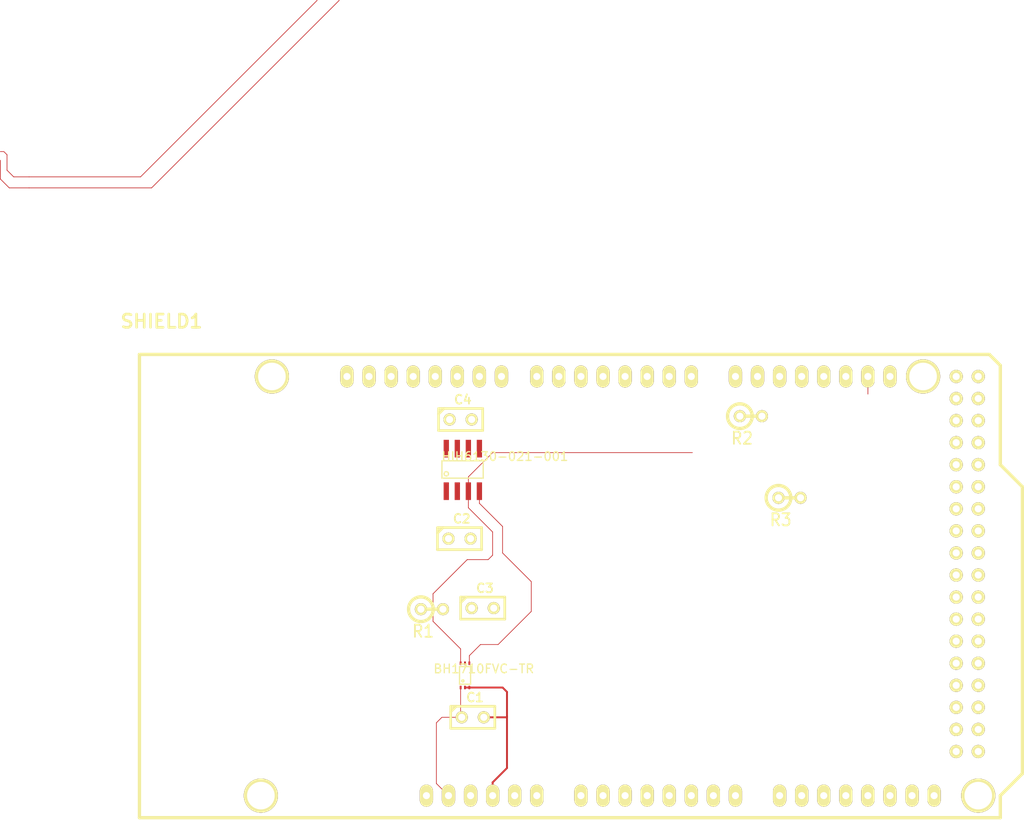
<source format=kicad_pcb>
(kicad_pcb (version 3) (host pcbnew "(2013-07-07 BZR 4022)-stable")

  (general
    (links 23)
    (no_connects 16)
    (area 85.726934 51.6486 198.706501 109.993)
    (thickness 1.6)
    (drawings 0)
    (tracks 49)
    (zones 0)
    (modules 10)
    (nets 7)
  )

  (page A4)
  (title_block 
    (title Shield)
  )

  (layers
    (15 F.Cu signal)
    (0 B.Cu signal)
    (16 B.Adhes user)
    (17 F.Adhes user)
    (18 B.Paste user)
    (19 F.Paste user)
    (20 B.SilkS user)
    (21 F.SilkS user)
    (22 B.Mask user)
    (23 F.Mask user)
    (24 Dwgs.User user)
    (25 Cmts.User user)
    (26 Eco1.User user)
    (27 Eco2.User user)
    (28 Edge.Cuts user)
  )

  (setup
    (last_trace_width 0.08)
    (user_trace_width 0.22)
    (user_trace_width 0.61)
    (user_trace_width 1)
    (trace_clearance 0.015)
    (zone_clearance 0.508)
    (zone_45_only yes)
    (trace_min 0.01)
    (segment_width 0.2)
    (edge_width 0.1)
    (via_size 0.889)
    (via_drill 0.635)
    (via_min_size 0.889)
    (via_min_drill 0.508)
    (uvia_size 0.508)
    (uvia_drill 0.127)
    (uvias_allowed no)
    (uvia_min_size 0.508)
    (uvia_min_drill 0.127)
    (pcb_text_width 0.3)
    (pcb_text_size 1.5 1.5)
    (mod_edge_width 0.15)
    (mod_text_size 1 1)
    (mod_text_width 0.15)
    (pad_size 1.5 1.5)
    (pad_drill 0.6)
    (pad_to_mask_clearance 0)
    (aux_axis_origin 0 0)
    (visible_elements 7FFFFFFF)
    (pcbplotparams
      (layerselection 3178497)
      (usegerberextensions true)
      (excludeedgelayer true)
      (linewidth 0.150000)
      (plotframeref false)
      (viasonmask false)
      (mode 1)
      (useauxorigin false)
      (hpglpennumber 1)
      (hpglpenspeed 20)
      (hpglpendiameter 15)
      (hpglpenoverlay 2)
      (psnegative false)
      (psa4output false)
      (plotreference true)
      (plotvalue true)
      (plotothertext true)
      (plotinvisibletext false)
      (padsonsilk false)
      (subtractmaskfromsilk false)
      (outputformat 1)
      (mirror false)
      (drillshape 1)
      (scaleselection 1)
      (outputdirectory ""))
  )

  (net 0 "")
  (net 1 /DVI)
  (net 2 /SCL)
  (net 3 /SDA)
  (net 4 /Vcc)
  (net 5 /Vcore)
  (net 6 GND)

  (net_class Default "This is the default net class."
    (clearance 0.015)
    (trace_width 0.08)
    (via_dia 0.889)
    (via_drill 0.635)
    (uvia_dia 0.508)
    (uvia_drill 0.127)
    (add_net "")
    (add_net /DVI)
    (add_net /SCL)
    (add_net /SDA)
    (add_net /Vcc)
    (add_net /Vcore)
  )

  (net_class Humedad ""
    (clearance 0.015)
    (trace_width 0.41)
    (via_dia 0.889)
    (via_drill 0.635)
    (uvia_dia 0.508)
    (uvia_drill 0.127)
  )

  (net_class Luz ""
    (clearance 0.015)
    (trace_width 0.22)
    (via_dia 0.889)
    (via_drill 0.635)
    (uvia_dia 0.508)
    (uvia_drill 0.127)
    (add_net GND)
  )

  (module R1 (layer F.Cu) (tedit 200000) (tstamp 54DA3DE8)
    (at 171.704 72.898)
    (descr "Resistance verticale")
    (tags R)
    (path /54DA39BE)
    (autoplace_cost90 10)
    (autoplace_cost180 10)
    (fp_text reference R3 (at -1.016 2.54) (layer F.SilkS)
      (effects (font (size 1.397 1.27) (thickness 0.2032)))
    )
    (fp_text value 2.2k (at -1.143 2.54) (layer F.SilkS) hide
      (effects (font (size 1.397 1.27) (thickness 0.2032)))
    )
    (fp_line (start -1.27 0) (end 1.27 0) (layer F.SilkS) (width 0.381))
    (fp_circle (center -1.27 0) (end -0.635 1.27) (layer F.SilkS) (width 0.381))
    (pad 1 thru_hole circle (at -1.27 0) (size 1.397 1.397) (drill 0.8128)
      (layers *.Cu *.Mask F.SilkS)
      (net 4 /Vcc)
    )
    (pad 2 thru_hole circle (at 1.27 0) (size 1.397 1.397) (drill 0.8128)
      (layers *.Cu *.Mask F.SilkS)
      (net 2 /SCL)
    )
    (model discret/verti_resistor.wrl
      (at (xyz 0 0 0))
      (scale (xyz 1 1 1))
      (rotate (xyz 0 0 0))
    )
  )

  (module R1 (layer F.Cu) (tedit 200000) (tstamp 54DA3DE0)
    (at 167.259 63.5)
    (descr "Resistance verticale")
    (tags R)
    (path /54DA39AF)
    (autoplace_cost90 10)
    (autoplace_cost180 10)
    (fp_text reference R2 (at -1.016 2.54) (layer F.SilkS)
      (effects (font (size 1.397 1.27) (thickness 0.2032)))
    )
    (fp_text value 2.2k (at -1.143 2.54) (layer F.SilkS) hide
      (effects (font (size 1.397 1.27) (thickness 0.2032)))
    )
    (fp_line (start -1.27 0) (end 1.27 0) (layer F.SilkS) (width 0.381))
    (fp_circle (center -1.27 0) (end -0.635 1.27) (layer F.SilkS) (width 0.381))
    (pad 1 thru_hole circle (at -1.27 0) (size 1.397 1.397) (drill 0.8128)
      (layers *.Cu *.Mask F.SilkS)
      (net 4 /Vcc)
    )
    (pad 2 thru_hole circle (at 1.27 0) (size 1.397 1.397) (drill 0.8128)
      (layers *.Cu *.Mask F.SilkS)
      (net 3 /SDA)
    )
    (model discret/verti_resistor.wrl
      (at (xyz 0 0 0))
      (scale (xyz 1 1 1))
      (rotate (xyz 0 0 0))
    )
  )

  (module R1 (layer F.Cu) (tedit 200000) (tstamp 54DA3DF0)
    (at 130.556 85.725)
    (descr "Resistance verticale")
    (tags R)
    (path /54DA39CD)
    (autoplace_cost90 10)
    (autoplace_cost180 10)
    (fp_text reference R1 (at -1.016 2.54) (layer F.SilkS)
      (effects (font (size 1.397 1.27) (thickness 0.2032)))
    )
    (fp_text value 1k (at -1.143 2.54) (layer F.SilkS) hide
      (effects (font (size 1.397 1.27) (thickness 0.2032)))
    )
    (fp_line (start -1.27 0) (end 1.27 0) (layer F.SilkS) (width 0.381))
    (fp_circle (center -1.27 0) (end -0.635 1.27) (layer F.SilkS) (width 0.381))
    (pad 1 thru_hole circle (at -1.27 0) (size 1.397 1.397) (drill 0.8128)
      (layers *.Cu *.Mask F.SilkS)
      (net 4 /Vcc)
    )
    (pad 2 thru_hole circle (at 1.27 0) (size 1.397 1.397) (drill 0.8128)
      (layers *.Cu *.Mask F.SilkS)
      (net 1 /DVI)
    )
    (model discret/verti_resistor.wrl
      (at (xyz 0 0 0))
      (scale (xyz 1 1 1))
      (rotate (xyz 0 0 0))
    )
  )

  (module C1 (layer F.Cu) (tedit 3F92C496) (tstamp 54DA3DFB)
    (at 135.255 98.171)
    (descr "Condensateur e = 1 pas")
    (tags C)
    (path /54DA39DC)
    (fp_text reference C1 (at 0.254 -2.286) (layer F.SilkS)
      (effects (font (size 1.016 1.016) (thickness 0.2032)))
    )
    (fp_text value 0.1uF (at 0 -2.286) (layer F.SilkS) hide
      (effects (font (size 1.016 1.016) (thickness 0.2032)))
    )
    (fp_line (start -2.4892 -1.27) (end 2.54 -1.27) (layer F.SilkS) (width 0.3048))
    (fp_line (start 2.54 -1.27) (end 2.54 1.27) (layer F.SilkS) (width 0.3048))
    (fp_line (start 2.54 1.27) (end -2.54 1.27) (layer F.SilkS) (width 0.3048))
    (fp_line (start -2.54 1.27) (end -2.54 -1.27) (layer F.SilkS) (width 0.3048))
    (fp_line (start -2.54 -0.635) (end -1.905 -1.27) (layer F.SilkS) (width 0.3048))
    (pad 1 thru_hole circle (at -1.27 0) (size 1.397 1.397) (drill 0.8128)
      (layers *.Cu *.Mask F.SilkS)
      (net 4 /Vcc)
    )
    (pad 2 thru_hole circle (at 1.27 0) (size 1.397 1.397) (drill 0.8128)
      (layers *.Cu *.Mask F.SilkS)
      (net 6 GND)
    )
    (model discret/capa_1_pas.wrl
      (at (xyz 0 0 0))
      (scale (xyz 1 1 1))
      (rotate (xyz 0 0 0))
    )
  )

  (module C1 (layer F.Cu) (tedit 3F92C496) (tstamp 54DA4174)
    (at 133.731 77.597)
    (descr "Condensateur e = 1 pas")
    (tags C)
    (path /54DA39EB)
    (fp_text reference C2 (at 0.254 -2.286) (layer F.SilkS)
      (effects (font (size 1.016 1.016) (thickness 0.2032)))
    )
    (fp_text value 0.1uF (at 0 -2.286) (layer F.SilkS) hide
      (effects (font (size 1.016 1.016) (thickness 0.2032)))
    )
    (fp_line (start -2.4892 -1.27) (end 2.54 -1.27) (layer F.SilkS) (width 0.3048))
    (fp_line (start 2.54 -1.27) (end 2.54 1.27) (layer F.SilkS) (width 0.3048))
    (fp_line (start 2.54 1.27) (end -2.54 1.27) (layer F.SilkS) (width 0.3048))
    (fp_line (start -2.54 1.27) (end -2.54 -1.27) (layer F.SilkS) (width 0.3048))
    (fp_line (start -2.54 -0.635) (end -1.905 -1.27) (layer F.SilkS) (width 0.3048))
    (pad 1 thru_hole circle (at -1.27 0) (size 1.397 1.397) (drill 0.8128)
      (layers *.Cu *.Mask F.SilkS)
      (net 5 /Vcore)
    )
    (pad 2 thru_hole circle (at 1.27 0) (size 1.397 1.397) (drill 0.8128)
      (layers *.Cu *.Mask F.SilkS)
      (net 6 GND)
    )
    (model discret/capa_1_pas.wrl
      (at (xyz 0 0 0))
      (scale (xyz 1 1 1))
      (rotate (xyz 0 0 0))
    )
  )

  (module C1 (layer F.Cu) (tedit 3F92C496) (tstamp 54DA3E11)
    (at 136.398 85.598)
    (descr "Condensateur e = 1 pas")
    (tags C)
    (path /54DA39FA)
    (fp_text reference C3 (at 0.254 -2.286) (layer F.SilkS)
      (effects (font (size 1.016 1.016) (thickness 0.2032)))
    )
    (fp_text value 1uF (at 0 -2.286) (layer F.SilkS) hide
      (effects (font (size 1.016 1.016) (thickness 0.2032)))
    )
    (fp_line (start -2.4892 -1.27) (end 2.54 -1.27) (layer F.SilkS) (width 0.3048))
    (fp_line (start 2.54 -1.27) (end 2.54 1.27) (layer F.SilkS) (width 0.3048))
    (fp_line (start 2.54 1.27) (end -2.54 1.27) (layer F.SilkS) (width 0.3048))
    (fp_line (start -2.54 1.27) (end -2.54 -1.27) (layer F.SilkS) (width 0.3048))
    (fp_line (start -2.54 -0.635) (end -1.905 -1.27) (layer F.SilkS) (width 0.3048))
    (pad 1 thru_hole circle (at -1.27 0) (size 1.397 1.397) (drill 0.8128)
      (layers *.Cu *.Mask F.SilkS)
      (net 1 /DVI)
    )
    (pad 2 thru_hole circle (at 1.27 0) (size 1.397 1.397) (drill 0.8128)
      (layers *.Cu *.Mask F.SilkS)
      (net 6 GND)
    )
    (model discret/capa_1_pas.wrl
      (at (xyz 0 0 0))
      (scale (xyz 1 1 1))
      (rotate (xyz 0 0 0))
    )
  )

  (module C1 (layer F.Cu) (tedit 3F92C496) (tstamp 54DA3E1C)
    (at 133.858 63.881)
    (descr "Condensateur e = 1 pas")
    (tags C)
    (path /54DA3A09)
    (fp_text reference C4 (at 0.254 -2.286) (layer F.SilkS)
      (effects (font (size 1.016 1.016) (thickness 0.2032)))
    )
    (fp_text value 0.22uF (at 0 -2.286) (layer F.SilkS) hide
      (effects (font (size 1.016 1.016) (thickness 0.2032)))
    )
    (fp_line (start -2.4892 -1.27) (end 2.54 -1.27) (layer F.SilkS) (width 0.3048))
    (fp_line (start 2.54 -1.27) (end 2.54 1.27) (layer F.SilkS) (width 0.3048))
    (fp_line (start 2.54 1.27) (end -2.54 1.27) (layer F.SilkS) (width 0.3048))
    (fp_line (start -2.54 1.27) (end -2.54 -1.27) (layer F.SilkS) (width 0.3048))
    (fp_line (start -2.54 -0.635) (end -1.905 -1.27) (layer F.SilkS) (width 0.3048))
    (pad 1 thru_hole circle (at -1.27 0) (size 1.397 1.397) (drill 0.8128)
      (layers *.Cu *.Mask F.SilkS)
      (net 4 /Vcc)
    )
    (pad 2 thru_hole circle (at 1.27 0) (size 1.397 1.397) (drill 0.8128)
      (layers *.Cu *.Mask F.SilkS)
      (net 6 GND)
    )
    (model discret/capa_1_pas.wrl
      (at (xyz 0 0 0))
      (scale (xyz 1 1 1))
      (rotate (xyz 0 0 0))
    )
  )

  (module SensorLuz (layer F.Cu) (tedit 54D8DD71) (tstamp 54DA3E2B)
    (at 133.858 94.742)
    (path /54DA3918)
    (fp_text reference J1 (at 0.508 -1.778) (layer F.SilkS) hide
      (effects (font (size 0.5 0.5) (thickness 0.125)))
    )
    (fp_text value BH1710FVC-TR (at 2.667 -2.159) (layer F.SilkS)
      (effects (font (size 1 1) (thickness 0.15)))
    )
    (fp_circle (center 0.254 -0.762) (end 0.381 -0.762) (layer F.SilkS) (width 0.15))
    (fp_line (start 1.143 -0.381) (end -0.127 -0.381) (layer F.SilkS) (width 0.15))
    (fp_line (start -0.127 -0.381) (end -0.127 -2.413) (layer F.SilkS) (width 0.15))
    (fp_line (start -0.127 -2.413) (end 1.143 -2.413) (layer F.SilkS) (width 0.15))
    (fp_line (start 1.143 -2.413) (end 1.143 -0.381) (layer F.SilkS) (width 0.15))
    (pad 1 smd rect (at 0 0) (size 0.22 0.4)
      (layers F.Cu F.Paste F.Mask)
      (net 4 /Vcc)
      (clearance 0.1)
    )
    (pad 2 smd rect (at 0.5 0) (size 0.22 0.4)
      (layers F.Cu F.Paste F.Mask)
      (net 6 GND)
      (clearance 0.1)
    )
    (pad 3 smd rect (at 1 0) (size 0.22 0.4)
      (layers F.Cu F.Paste F.Mask)
      (net 6 GND)
      (clearance 0.1)
    )
    (pad 4 smd rect (at 1 -2.8) (size 0.22 0.4)
      (layers F.Cu F.Paste F.Mask)
      (net 3 /SDA)
      (clearance 0.1)
    )
    (pad 5 smd rect (at 0.5 -2.8) (size 0.22 0.4)
      (layers F.Cu F.Paste F.Mask)
      (net 1 /DVI)
      (clearance 0.1)
    )
    (pad 6 smd rect (at 0 -2.8) (size 0.22 0.4)
      (layers F.Cu F.Paste F.Mask)
      (net 2 /SCL)
      (clearance 0.1)
    )
  )

  (module Humedad (layer F.Cu) (tedit 54D90268) (tstamp 54DA3E3C)
    (at 132.207 72.136)
    (path /54DA3927)
    (fp_text reference J2 (at 1.75 -3) (layer F.SilkS) hide
      (effects (font (size 0.5 0.5) (thickness 0.125)))
    )
    (fp_text value HIH6130-021-001 (at 6.75 -4) (layer F.SilkS)
      (effects (font (size 1 1) (thickness 0.15)))
    )
    (fp_circle (center 0 -2) (end 0.25 -2) (layer F.SilkS) (width 0.15))
    (fp_line (start 4.25 -1.5) (end -0.5 -1.5) (layer F.SilkS) (width 0.15))
    (fp_line (start -0.5 -1.5) (end -0.5 -3.5) (layer F.SilkS) (width 0.15))
    (fp_line (start -0.5 -3.5) (end 4.25 -3.5) (layer F.SilkS) (width 0.15))
    (fp_line (start 4.25 -3.5) (end 4.25 -1.5) (layer F.SilkS) (width 0.15))
    (pad 1 smd rect (at 0 0) (size 0.61 2.03)
      (layers F.Cu F.Paste F.Mask)
      (net 5 /Vcore)
    )
    (pad 2 smd rect (at 1.27 0) (size 0.61 2.03)
      (layers F.Cu F.Paste F.Mask)
      (net 6 GND)
    )
    (pad 3 smd rect (at 2.54 0) (size 0.61 2.03)
      (layers F.Cu F.Paste F.Mask)
      (net 2 /SCL)
    )
    (pad 4 smd rect (at 3.81 0) (size 0.61 2.03)
      (layers F.Cu F.Paste F.Mask)
      (net 3 /SDA)
    )
    (pad 5 smd rect (at 3.81 -4.9) (size 0.61 2.03)
      (layers F.Cu F.Paste F.Mask)
    )
    (pad 6 smd rect (at 2.54 -4.9) (size 0.61 2.03)
      (layers F.Cu F.Paste F.Mask)
    )
    (pad 7 smd rect (at 1.27 -4.9) (size 0.61 2.03)
      (layers F.Cu F.Paste F.Mask)
    )
    (pad 8 smd rect (at 0 -4.9) (size 0.61 2.03)
      (layers F.Cu F.Paste F.Mask)
      (net 4 /Vcc)
    )
  )

  (module "ARDUINO MEGA SHIELD" (layer F.Cu) (tedit 4D154886) (tstamp 54DA3E9F)
    (at 96.901 109.728)
    (path /54DA3902)
    (fp_text reference SHIELD1 (at 2.54 -57.15) (layer F.SilkS)
      (effects (font (size 1.524 1.524) (thickness 0.3048)))
    )
    (fp_text value ARDUINO_MEGA_SHIELD (at 5.08 -54.61) (layer F.SilkS) hide
      (effects (font (size 1.524 1.524) (thickness 0.3048)))
    )
    (fp_line (start 99.06 0) (end 0 0) (layer F.SilkS) (width 0.381))
    (fp_line (start 97.79 -53.34) (end 0 -53.34) (layer F.SilkS) (width 0.381))
    (fp_line (start 99.06 -40.64) (end 99.06 -52.07) (layer F.SilkS) (width 0.381))
    (fp_line (start 99.06 -52.07) (end 97.79 -53.34) (layer F.SilkS) (width 0.381))
    (fp_line (start 0 0) (end 0 -53.34) (layer F.SilkS) (width 0.381))
    (fp_line (start 99.06 -40.64) (end 101.6 -38.1) (layer F.SilkS) (width 0.381))
    (fp_line (start 101.6 -38.1) (end 101.6 -5.08) (layer F.SilkS) (width 0.381))
    (fp_line (start 101.6 -5.08) (end 99.06 -2.54) (layer F.SilkS) (width 0.381))
    (fp_line (start 99.06 -2.54) (end 99.06 0) (layer F.SilkS) (width 0.381))
    (pad 14 thru_hole oval (at 68.58 -50.8 90) (size 2.54 1.524) (drill 0.8128)
      (layers *.Cu *.Mask F.SilkS)
    )
    (pad 15 thru_hole oval (at 71.12 -50.8 90) (size 2.54 1.524) (drill 0.8128)
      (layers *.Cu *.Mask F.SilkS)
    )
    (pad 16 thru_hole oval (at 73.66 -50.8 90) (size 2.54 1.524) (drill 0.8128)
      (layers *.Cu *.Mask F.SilkS)
    )
    (pad 17 thru_hole oval (at 76.2 -50.8 90) (size 2.54 1.524) (drill 0.8128)
      (layers *.Cu *.Mask F.SilkS)
    )
    (pad 18 thru_hole oval (at 78.74 -50.8 90) (size 2.54 1.524) (drill 0.8128)
      (layers *.Cu *.Mask F.SilkS)
    )
    (pad 19 thru_hole oval (at 81.28 -50.8 90) (size 2.54 1.524) (drill 0.8128)
      (layers *.Cu *.Mask F.SilkS)
    )
    (pad 20 thru_hole oval (at 83.82 -50.8 90) (size 2.54 1.524) (drill 0.8128)
      (layers *.Cu *.Mask F.SilkS)
      (net 3 /SDA)
    )
    (pad 21 thru_hole oval (at 86.36 -50.8 90) (size 2.54 1.524) (drill 0.8128)
      (layers *.Cu *.Mask F.SilkS)
      (net 2 /SCL)
    )
    (pad AD15 thru_hole oval (at 91.44 -2.54 90) (size 2.54 1.524) (drill 0.8128)
      (layers *.Cu *.Mask F.SilkS)
    )
    (pad AD14 thru_hole oval (at 88.9 -2.54 90) (size 2.54 1.524) (drill 0.8128)
      (layers *.Cu *.Mask F.SilkS)
    )
    (pad AD13 thru_hole oval (at 86.36 -2.54 90) (size 2.54 1.524) (drill 0.8128)
      (layers *.Cu *.Mask F.SilkS)
    )
    (pad AD12 thru_hole oval (at 83.82 -2.54 90) (size 2.54 1.524) (drill 0.8128)
      (layers *.Cu *.Mask F.SilkS)
    )
    (pad AD8 thru_hole oval (at 73.66 -2.54 90) (size 2.54 1.524) (drill 0.8128)
      (layers *.Cu *.Mask F.SilkS)
    )
    (pad AD7 thru_hole oval (at 68.58 -2.54 90) (size 2.54 1.524) (drill 0.8128)
      (layers *.Cu *.Mask F.SilkS)
    )
    (pad AD6 thru_hole oval (at 66.04 -2.54 90) (size 2.54 1.524) (drill 0.8128)
      (layers *.Cu *.Mask F.SilkS)
    )
    (pad AD9 thru_hole oval (at 76.2 -2.54 90) (size 2.54 1.524) (drill 0.8128)
      (layers *.Cu *.Mask F.SilkS)
    )
    (pad AD10 thru_hole oval (at 78.74 -2.54 90) (size 2.54 1.524) (drill 0.8128)
      (layers *.Cu *.Mask F.SilkS)
    )
    (pad AD11 thru_hole oval (at 81.28 -2.54 90) (size 2.54 1.524) (drill 0.8128)
      (layers *.Cu *.Mask F.SilkS)
    )
    (pad AD5 thru_hole oval (at 63.5 -2.54 90) (size 2.54 1.524) (drill 0.8128)
      (layers *.Cu *.Mask F.SilkS)
    )
    (pad AD4 thru_hole oval (at 60.96 -2.54 90) (size 2.54 1.524) (drill 0.8128)
      (layers *.Cu *.Mask F.SilkS)
    )
    (pad AD3 thru_hole oval (at 58.42 -2.54 90) (size 2.54 1.524) (drill 0.8128)
      (layers *.Cu *.Mask F.SilkS)
    )
    (pad AD0 thru_hole oval (at 50.8 -2.54 90) (size 2.54 1.524) (drill 0.8128)
      (layers *.Cu *.Mask F.SilkS)
    )
    (pad AD1 thru_hole oval (at 53.34 -2.54 90) (size 2.54 1.524) (drill 0.8128)
      (layers *.Cu *.Mask F.SilkS)
    )
    (pad AD2 thru_hole oval (at 55.88 -2.54 90) (size 2.54 1.524) (drill 0.8128)
      (layers *.Cu *.Mask F.SilkS)
    )
    (pad V_IN thru_hole oval (at 45.72 -2.54 90) (size 2.54 1.524) (drill 0.8128)
      (layers *.Cu *.Mask F.SilkS)
    )
    (pad GND2 thru_hole oval (at 43.18 -2.54 90) (size 2.54 1.524) (drill 0.8128)
      (layers *.Cu *.Mask F.SilkS)
    )
    (pad GND1 thru_hole oval (at 40.64 -2.54 90) (size 2.54 1.524) (drill 0.8128)
      (layers *.Cu *.Mask F.SilkS)
      (net 6 GND)
    )
    (pad 3V3 thru_hole oval (at 35.56 -2.54 90) (size 2.54 1.524) (drill 0.8128)
      (layers *.Cu *.Mask F.SilkS)
      (net 4 /Vcc)
    )
    (pad RST thru_hole oval (at 33.02 -2.54 90) (size 2.54 1.524) (drill 0.8128)
      (layers *.Cu *.Mask F.SilkS)
    )
    (pad 0 thru_hole oval (at 63.5 -50.8 90) (size 2.54 1.524) (drill 0.8128)
      (layers *.Cu *.Mask F.SilkS)
    )
    (pad 1 thru_hole oval (at 60.96 -50.8 90) (size 2.54 1.524) (drill 0.8128)
      (layers *.Cu *.Mask F.SilkS)
    )
    (pad 2 thru_hole oval (at 58.42 -50.8 90) (size 2.54 1.524) (drill 0.8128)
      (layers *.Cu *.Mask F.SilkS)
    )
    (pad 3 thru_hole oval (at 55.88 -50.8 90) (size 2.54 1.524) (drill 0.8128)
      (layers *.Cu *.Mask F.SilkS)
    )
    (pad 4 thru_hole oval (at 53.34 -50.8 90) (size 2.54 1.524) (drill 0.8128)
      (layers *.Cu *.Mask F.SilkS)
    )
    (pad 5 thru_hole oval (at 50.8 -50.8 90) (size 2.54 1.524) (drill 0.8128)
      (layers *.Cu *.Mask F.SilkS)
    )
    (pad 6 thru_hole oval (at 48.26 -50.8 90) (size 2.54 1.524) (drill 0.8128)
      (layers *.Cu *.Mask F.SilkS)
    )
    (pad 7 thru_hole oval (at 45.72 -50.8 90) (size 2.54 1.524) (drill 0.8128)
      (layers *.Cu *.Mask F.SilkS)
    )
    (pad 8 thru_hole oval (at 41.656 -50.8 90) (size 2.54 1.524) (drill 0.8128)
      (layers *.Cu *.Mask F.SilkS)
    )
    (pad 9 thru_hole oval (at 39.116 -50.8 90) (size 2.54 1.524) (drill 0.8128)
      (layers *.Cu *.Mask F.SilkS)
    )
    (pad 10 thru_hole oval (at 36.576 -50.8 90) (size 2.54 1.524) (drill 0.8128)
      (layers *.Cu *.Mask F.SilkS)
    )
    (pad 11 thru_hole oval (at 34.036 -50.8 90) (size 2.54 1.524) (drill 0.8128)
      (layers *.Cu *.Mask F.SilkS)
    )
    (pad 12 thru_hole oval (at 31.496 -50.8 90) (size 2.54 1.524) (drill 0.8128)
      (layers *.Cu *.Mask F.SilkS)
    )
    (pad 13 thru_hole oval (at 28.956 -50.8 90) (size 2.54 1.524) (drill 0.8128)
      (layers *.Cu *.Mask F.SilkS)
    )
    (pad GND3 thru_hole oval (at 26.416 -50.8 90) (size 2.54 1.524) (drill 0.8128)
      (layers *.Cu *.Mask F.SilkS)
    )
    (pad AREF thru_hole oval (at 23.876 -50.8 90) (size 2.54 1.524) (drill 0.8128)
      (layers *.Cu *.Mask F.SilkS)
    )
    (pad 5V thru_hole oval (at 38.1 -2.54 90) (size 2.54 1.524) (drill 0.8128)
      (layers *.Cu *.Mask F.SilkS)
    )
    (pad "" thru_hole circle (at 96.52 -2.54 90) (size 3.937 3.937) (drill 3.175)
      (layers *.Cu *.Mask F.SilkS)
    )
    (pad "" thru_hole circle (at 90.17 -50.8 90) (size 3.937 3.937) (drill 3.175)
      (layers *.Cu *.Mask F.SilkS)
    )
    (pad "" thru_hole circle (at 15.24 -50.8 90) (size 3.937 3.937) (drill 3.175)
      (layers *.Cu *.Mask F.SilkS)
    )
    (pad "" thru_hole circle (at 13.97 -2.54 90) (size 3.937 3.937) (drill 3.175)
      (layers *.Cu *.Mask F.SilkS)
    )
    (pad 22 thru_hole circle (at 93.98 -48.26) (size 1.524 1.524) (drill 0.8128)
      (layers *.Cu *.Mask F.SilkS)
    )
    (pad 23 thru_hole circle (at 96.52 -48.26) (size 1.524 1.524) (drill 0.8128)
      (layers *.Cu *.Mask F.SilkS)
    )
    (pad 24 thru_hole circle (at 93.98 -45.72) (size 1.524 1.524) (drill 0.8128)
      (layers *.Cu *.Mask F.SilkS)
    )
    (pad 25 thru_hole circle (at 96.52 -45.72) (size 1.524 1.524) (drill 0.8128)
      (layers *.Cu *.Mask F.SilkS)
    )
    (pad 26 thru_hole circle (at 93.98 -43.18) (size 1.524 1.524) (drill 0.8128)
      (layers *.Cu *.Mask F.SilkS)
    )
    (pad 27 thru_hole circle (at 96.52 -43.18) (size 1.524 1.524) (drill 0.8128)
      (layers *.Cu *.Mask F.SilkS)
    )
    (pad 28 thru_hole circle (at 93.98 -40.64) (size 1.524 1.524) (drill 0.8128)
      (layers *.Cu *.Mask F.SilkS)
    )
    (pad 29 thru_hole circle (at 96.52 -40.64) (size 1.524 1.524) (drill 0.8128)
      (layers *.Cu *.Mask F.SilkS)
    )
    (pad 5V_4 thru_hole circle (at 93.98 -50.8) (size 1.524 1.524) (drill 0.8128)
      (layers *.Cu *.Mask F.SilkS)
    )
    (pad 5V_5 thru_hole circle (at 96.52 -50.8) (size 1.524 1.524) (drill 0.8128)
      (layers *.Cu *.Mask F.SilkS)
    )
    (pad 31 thru_hole circle (at 96.52 -38.1) (size 1.524 1.524) (drill 0.8128)
      (layers *.Cu *.Mask F.SilkS)
    )
    (pad 30 thru_hole circle (at 93.98 -38.1) (size 1.524 1.524) (drill 0.8128)
      (layers *.Cu *.Mask F.SilkS)
    )
    (pad 32 thru_hole circle (at 93.98 -35.56) (size 1.524 1.524) (drill 0.8128)
      (layers *.Cu *.Mask F.SilkS)
    )
    (pad 33 thru_hole circle (at 96.52 -35.56) (size 1.524 1.524) (drill 0.8128)
      (layers *.Cu *.Mask F.SilkS)
    )
    (pad 34 thru_hole circle (at 93.98 -33.02) (size 1.524 1.524) (drill 0.8128)
      (layers *.Cu *.Mask F.SilkS)
    )
    (pad 35 thru_hole circle (at 96.52 -33.02) (size 1.524 1.524) (drill 0.8128)
      (layers *.Cu *.Mask F.SilkS)
    )
    (pad 36 thru_hole circle (at 93.98 -30.48) (size 1.524 1.524) (drill 0.8128)
      (layers *.Cu *.Mask F.SilkS)
    )
    (pad 37 thru_hole circle (at 96.52 -30.48) (size 1.524 1.524) (drill 0.8128)
      (layers *.Cu *.Mask F.SilkS)
    )
    (pad 38 thru_hole circle (at 93.98 -27.94) (size 1.524 1.524) (drill 0.8128)
      (layers *.Cu *.Mask F.SilkS)
    )
    (pad 39 thru_hole circle (at 96.52 -27.94) (size 1.524 1.524) (drill 0.8128)
      (layers *.Cu *.Mask F.SilkS)
    )
    (pad 40 thru_hole circle (at 93.98 -25.4) (size 1.524 1.524) (drill 0.8128)
      (layers *.Cu *.Mask F.SilkS)
    )
    (pad 41 thru_hole circle (at 96.52 -25.4) (size 1.524 1.524) (drill 0.8128)
      (layers *.Cu *.Mask F.SilkS)
    )
    (pad 42 thru_hole circle (at 93.98 -22.86) (size 1.524 1.524) (drill 0.8128)
      (layers *.Cu *.Mask F.SilkS)
    )
    (pad 43 thru_hole circle (at 96.52 -22.86) (size 1.524 1.524) (drill 0.8128)
      (layers *.Cu *.Mask F.SilkS)
    )
    (pad 44 thru_hole circle (at 93.98 -20.32) (size 1.524 1.524) (drill 0.8128)
      (layers *.Cu *.Mask F.SilkS)
    )
    (pad 45 thru_hole circle (at 96.52 -20.32) (size 1.524 1.524) (drill 0.8128)
      (layers *.Cu *.Mask F.SilkS)
    )
    (pad 46 thru_hole circle (at 93.98 -17.78) (size 1.524 1.524) (drill 0.8128)
      (layers *.Cu *.Mask F.SilkS)
    )
    (pad 47 thru_hole circle (at 96.52 -17.78) (size 1.524 1.524) (drill 0.8128)
      (layers *.Cu *.Mask F.SilkS)
    )
    (pad 48 thru_hole circle (at 93.98 -15.24) (size 1.524 1.524) (drill 0.8128)
      (layers *.Cu *.Mask F.SilkS)
    )
    (pad 49 thru_hole circle (at 96.52 -15.24) (size 1.524 1.524) (drill 0.8128)
      (layers *.Cu *.Mask F.SilkS)
    )
    (pad 50 thru_hole circle (at 93.98 -12.7) (size 1.524 1.524) (drill 0.8128)
      (layers *.Cu *.Mask F.SilkS)
    )
    (pad 51 thru_hole circle (at 96.52 -12.7) (size 1.524 1.524) (drill 0.8128)
      (layers *.Cu *.Mask F.SilkS)
    )
    (pad 52 thru_hole circle (at 93.98 -10.16) (size 1.524 1.524) (drill 0.8128)
      (layers *.Cu *.Mask F.SilkS)
    )
    (pad 53 thru_hole circle (at 96.52 -10.16) (size 1.524 1.524) (drill 0.8128)
      (layers *.Cu *.Mask F.SilkS)
    )
    (pad GND4 thru_hole circle (at 93.98 -7.62) (size 1.524 1.524) (drill 0.8128)
      (layers *.Cu *.Mask F.SilkS)
    )
    (pad GND5 thru_hole circle (at 96.52 -7.62) (size 1.524 1.524) (drill 0.8128)
      (layers *.Cu *.Mask F.SilkS)
    )
  )

  (segment (start 84.201 37.211) (end 98.298 37.211) (width 0.08) (layer F.Cu) (net 0))
  (segment (start 98.298 37.211) (end 119.888 15.621) (width 0.08) (layer F.Cu) (net 0) (tstamp 54E3E3C0))
  (segment (start 84.201 37.211) (end 81.915 37.211) (width 0.08) (layer F.Cu) (net 0))
  (segment (start 80.893 36.189) (end 80.893 34.036) (width 0.08) (layer F.Cu) (net 0) (tstamp 54E3E3B3))
  (segment (start 81.915 37.211) (end 80.893 36.189) (width 0.08) (layer F.Cu) (net 0) (tstamp 54E3E3B1))
  (segment (start 84.201 35.941) (end 97.028 35.941) (width 0.08) (layer F.Cu) (net 0))
  (segment (start 97.028 35.941) (end 117.348 15.621) (width 0.08) (layer F.Cu) (net 0) (tstamp 54E3E3C7))
  (segment (start 84.201 35.941) (end 82.423 35.941) (width 0.08) (layer F.Cu) (net 0))
  (segment (start 81.296 33.036) (end 80.893 33.036) (width 0.08) (layer F.Cu) (net 0) (tstamp 54E3E3BC))
  (segment (start 81.661 33.401) (end 81.296 33.036) (width 0.08) (layer F.Cu) (net 0) (tstamp 54E3E3BB))
  (segment (start 81.661 35.179) (end 81.661 33.401) (width 0.08) (layer F.Cu) (net 0) (tstamp 54E3E3B9))
  (segment (start 82.423 35.941) (end 81.661 35.179) (width 0.08) (layer F.Cu) (net 0) (tstamp 54E3E3B7))
  (segment (start 134.747 72.136) (end 134.747 70.485) (width 0.08) (layer F.Cu) (net 2) (status 400000))
  (segment (start 137.541 67.691) (end 160.528 67.691) (width 0.08) (layer F.Cu) (net 2) (tstamp 54E3E67C))
  (segment (start 134.747 70.485) (end 137.541 67.691) (width 0.08) (layer F.Cu) (net 2) (tstamp 54E3E67A))
  (segment (start 133.858 91.942) (end 133.858 90.297) (width 0.08) (layer F.Cu) (net 2))
  (segment (start 134.747 74.041) (end 134.747 72.136) (width 0.08) (layer F.Cu) (net 2) (tstamp 54E3E65B))
  (segment (start 137.541 76.835) (end 134.747 74.041) (width 0.08) (layer F.Cu) (net 2) (tstamp 54E3E659))
  (segment (start 137.541 79.502) (end 137.541 76.835) (width 0.08) (layer F.Cu) (net 2) (tstamp 54E3E657))
  (segment (start 137.033 80.01) (end 137.541 79.502) (width 0.08) (layer F.Cu) (net 2) (tstamp 54E3E655))
  (segment (start 134.62 80.01) (end 137.033 80.01) (width 0.08) (layer F.Cu) (net 2) (tstamp 54E3E653))
  (segment (start 130.683 83.947) (end 134.62 80.01) (width 0.08) (layer F.Cu) (net 2) (tstamp 54E3E651))
  (segment (start 130.683 87.122) (end 130.683 83.947) (width 0.08) (layer F.Cu) (net 2) (tstamp 54E3E64F))
  (segment (start 133.858 90.297) (end 130.683 87.122) (width 0.08) (layer F.Cu) (net 2) (tstamp 54E3E64D))
  (segment (start 134.858 91.942) (end 134.858 91.075) (width 0.08) (layer F.Cu) (net 3))
  (segment (start 136.017 73.533) (end 136.017 72.136) (width 0.08) (layer F.Cu) (net 3) (tstamp 54E3E66E))
  (segment (start 138.684 76.2) (end 136.017 73.533) (width 0.08) (layer F.Cu) (net 3) (tstamp 54E3E66C))
  (segment (start 138.684 79.248) (end 138.684 76.2) (width 0.08) (layer F.Cu) (net 3) (tstamp 54E3E66A))
  (segment (start 141.986 82.55) (end 138.684 79.248) (width 0.08) (layer F.Cu) (net 3) (tstamp 54E3E668))
  (segment (start 141.986 85.979) (end 141.986 82.55) (width 0.08) (layer F.Cu) (net 3) (tstamp 54E3E666))
  (segment (start 138.176 89.789) (end 141.986 85.979) (width 0.08) (layer F.Cu) (net 3) (tstamp 54E3E664))
  (segment (start 136.144 89.789) (end 138.176 89.789) (width 0.08) (layer F.Cu) (net 3) (tstamp 54E3E662))
  (segment (start 134.858 91.075) (end 136.144 89.789) (width 0.08) (layer F.Cu) (net 3) (tstamp 54E3E660))
  (segment (start 180.721 58.928) (end 180.721 60.96) (width 0.08) (layer F.Cu) (net 3) (status 10))
  (segment (start 133.985 98.171) (end 131.699 98.171) (width 0.08) (layer F.Cu) (net 4))
  (segment (start 131.064 105.791) (end 132.461 107.188) (width 0.08) (layer F.Cu) (net 4) (tstamp 54E3E649))
  (segment (start 131.064 98.806) (end 131.064 105.791) (width 0.08) (layer F.Cu) (net 4) (tstamp 54E3E647))
  (segment (start 131.699 98.171) (end 131.064 98.806) (width 0.08) (layer F.Cu) (net 4) (tstamp 54E3E645))
  (segment (start 133.858 94.742) (end 133.858 98.044) (width 0.08) (layer F.Cu) (net 4))
  (segment (start 133.858 98.044) (end 133.985 98.171) (width 0.08) (layer F.Cu) (net 4) (tstamp 54E3E635))
  (segment (start 137.541 107.188) (end 137.541 105.664) (width 0.22) (layer F.Cu) (net 6))
  (segment (start 139.192 104.013) (end 139.192 98.044) (width 0.22) (layer F.Cu) (net 6) (tstamp 54E3E63F))
  (segment (start 137.541 105.664) (end 139.192 104.013) (width 0.22) (layer F.Cu) (net 6) (tstamp 54E3E63D))
  (segment (start 134.858 94.742) (end 138.684 94.742) (width 0.22) (layer F.Cu) (net 6))
  (segment (start 139.192 98.171) (end 136.525 98.171) (width 0.22) (layer F.Cu) (net 6) (tstamp 54E3E63A))
  (segment (start 139.192 95.25) (end 139.192 98.044) (width 0.22) (layer F.Cu) (net 6) (tstamp 54E3E639))
  (segment (start 139.192 98.044) (end 139.192 98.171) (width 0.22) (layer F.Cu) (net 6) (tstamp 54E3E643))
  (segment (start 138.684 94.742) (end 139.192 95.25) (width 0.22) (layer F.Cu) (net 6) (tstamp 54E3E638))
  (segment (start 134.358 94.742) (end 134.858 94.742) (width 0.22) (layer F.Cu) (net 6))

)

</source>
